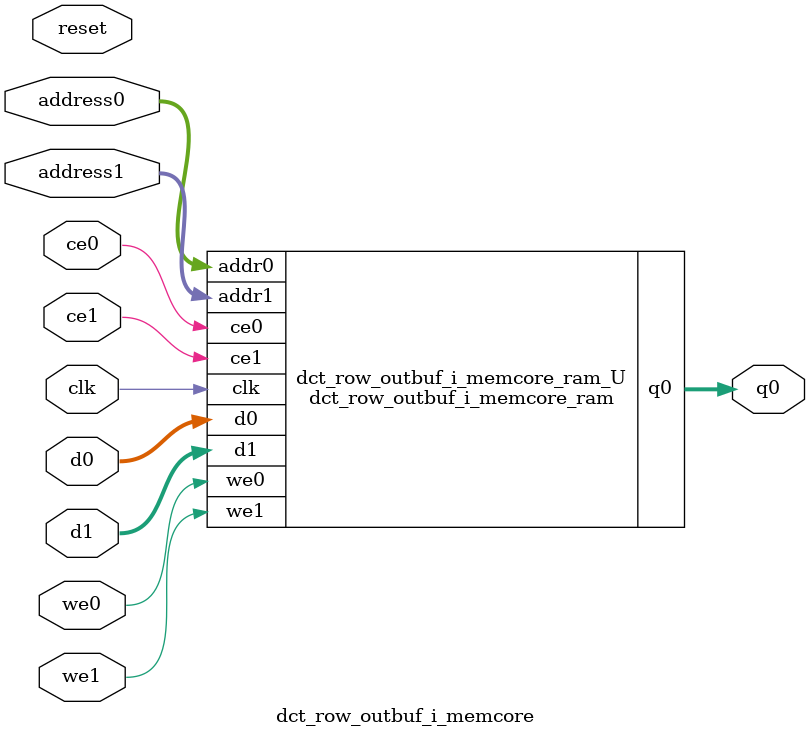
<source format=v>

`timescale 1 ns / 1 ps
module dct_row_outbuf_i_memcore_ram (addr0, ce0, d0, we0, q0, addr1, ce1, d1, we1,  clk);

parameter DWIDTH = 16;
parameter AWIDTH = 6;
parameter MEM_SIZE = 64;

input[AWIDTH-1:0] addr0;
input ce0;
input[DWIDTH-1:0] d0;
input we0;
output reg[DWIDTH-1:0] q0;
input[AWIDTH-1:0] addr1;
input ce1;
input[DWIDTH-1:0] d1;
input we1;
input clk;

(* ram_style = "block" *)reg [DWIDTH-1:0] ram[MEM_SIZE-1:0];




always @(posedge clk)  
begin 
    if (ce0) 
    begin
        if (we0) 
        begin 
            ram[addr0] <= d0; 
            q0 <= d0;
        end 
        else 
            q0 <= ram[addr0];
    end
end


always @(posedge clk)  
begin 
    if (ce1) 
    begin
        if (we1) 
        begin 
            ram[addr1] <= d1; 
        end 
    end
end


endmodule


`timescale 1 ns / 1 ps
module dct_row_outbuf_i_memcore(
    reset,
    clk,
    address0,
    ce0,
    we0,
    d0,
    q0,
    address1,
    ce1,
    we1,
    d1);

parameter DataWidth = 32'd16;
parameter AddressRange = 32'd64;
parameter AddressWidth = 32'd6;
input reset;
input clk;
input[AddressWidth - 1:0] address0;
input ce0;
input we0;
input[DataWidth - 1:0] d0;
output[DataWidth - 1:0] q0;
input[AddressWidth - 1:0] address1;
input ce1;
input we1;
input[DataWidth - 1:0] d1;



dct_row_outbuf_i_memcore_ram dct_row_outbuf_i_memcore_ram_U(
    .clk( clk ),
    .addr0( address0 ),
    .ce0( ce0 ),
    .d0( d0 ),
    .we0( we0 ),
    .q0( q0 ),
    .addr1( address1 ),
    .ce1( ce1 ),
    .d1( d1 ),
    .we1( we1 ));

endmodule


</source>
